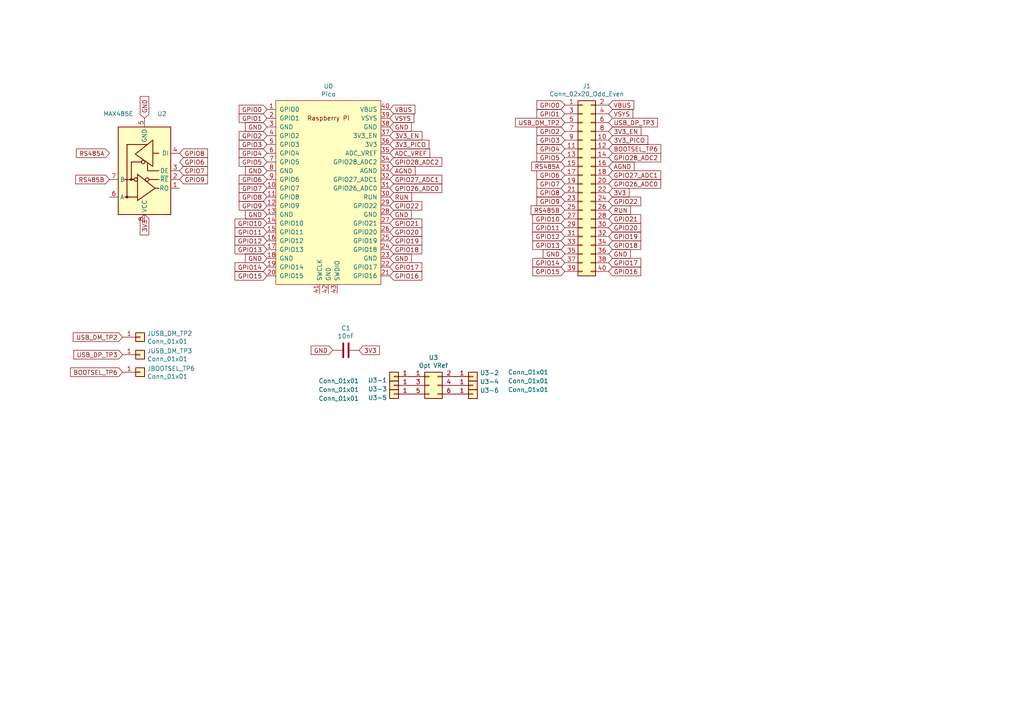
<source format=kicad_sch>
(kicad_sch (version 20250114) (generator "eeschema") (generator_version "9.0")
  (paper "A4")
  (lib_symbols
    (symbol "Connector_Generic:Conn_01x01" (pin_names (offset 1.016) (hide yes))
      (property "Reference" "J" (at 0 2.54 0))
      (property "Value" "Conn_01x01" (at 0 -2.54 0))
      (symbol "Conn_01x01_1_1"
        (rectangle (start -1.27 1.27) (end 1.27 -1.27) (stroke (width 0.254)) (fill (type background)))
        (rectangle (start -1.27 0.127) (end 0 -0.127) (stroke (width 0.1524)))
        (pin passive line (at -5.08 0 0) (length 3.81) (name "Pin_1") (number "1"))
      )
    )
    (symbol "Connector_Generic:Conn_02x03_Odd_Even" (pin_names (offset 1.016) (hide yes))
      (property "Reference" "J" (at 1.27 5.08 0))
      (property "Value" "Conn_02x03_Odd_Even" (at 1.27 -5.08 0))
      (symbol "Conn_02x03_Odd_Even_1_1"
        (rectangle (start -1.27 3.81) (end 3.81 -3.81) (stroke (width 0.254)) (fill (type background)))
        (rectangle (start -1.27 2.667) (end 0 2.413) (stroke (width 0.1524)))
        (rectangle (start -1.27 0.127) (end 0 -0.127) (stroke (width 0.1524)))
        (rectangle (start -1.27 -2.413) (end 0 -2.667) (stroke (width 0.1524)))
        (rectangle (start 3.81 2.667) (end 2.54 2.413) (stroke (width 0.1524)))
        (rectangle (start 3.81 0.127) (end 2.54 -0.127) (stroke (width 0.1524)))
        (rectangle (start 3.81 -2.413) (end 2.54 -2.667) (stroke (width 0.1524)))
        (pin passive line (at -5.08 2.54 0) (length 3.81) (name "Pin_1") (number "1"))
        (pin passive line (at -5.08 0 0) (length 3.81) (name "Pin_3") (number "3"))
        (pin passive line (at -5.08 -2.54 0) (length 3.81) (name "Pin_5") (number "5"))
        (pin passive line (at 7.62 2.54 180) (length 3.81) (name "Pin_2") (number "2"))
        (pin passive line (at 7.62 0 180) (length 3.81) (name "Pin_4") (number "4"))
        (pin passive line (at 7.62 -2.54 180) (length 3.81) (name "Pin_6") (number "6"))
      )
    )
    (symbol "Connector_Generic:Conn_02x20_Odd_Even" (pin_names (offset 1.016) (hide yes))
      (property "Reference" "J" (at 1.27 25.4 0))
      (property "Value" "Conn_02x20_Odd_Even" (at 1.27 -27.94 0))
      (symbol "Conn_02x20_Odd_Even_1_1"
        (rectangle (start -1.27 24.13) (end 3.81 -26.67) (stroke (width 0.254)) (fill (type background)))
        (rectangle (start -1.27 22.987) (end 0 22.733) (stroke (width 0.1524)))
        (rectangle (start -1.27 20.447) (end 0 20.193) (stroke (width 0.1524)))
        (rectangle (start -1.27 17.907) (end 0 17.653) (stroke (width 0.1524)))
        (rectangle (start -1.27 15.367) (end 0 15.113) (stroke (width 0.1524)))
        (rectangle (start -1.27 12.827) (end 0 12.573) (stroke (width 0.1524)))
        (rectangle (start -1.27 10.287) (end 0 10.033) (stroke (width 0.1524)))
        (rectangle (start -1.27 7.747) (end 0 7.493) (stroke (width 0.1524)))
        (rectangle (start -1.27 5.207) (end 0 4.953) (stroke (width 0.1524)))
        (rectangle (start -1.27 2.667) (end 0 2.413) (stroke (width 0.1524)))
        (rectangle (start -1.27 0.127) (end 0 -0.127) (stroke (width 0.1524)))
        (rectangle (start -1.27 -2.413) (end 0 -2.667) (stroke (width 0.1524)))
        (rectangle (start -1.27 -4.953) (end 0 -5.207) (stroke (width 0.1524)))
        (rectangle (start -1.27 -7.493) (end 0 -7.747) (stroke (width 0.1524)))
        (rectangle (start -1.27 -10.033) (end 0 -10.287) (stroke (width 0.1524)))
        (rectangle (start -1.27 -12.573) (end 0 -12.827) (stroke (width 0.1524)))
        (rectangle (start -1.27 -15.113) (end 0 -15.367) (stroke (width 0.1524)))
        (rectangle (start -1.27 -17.653) (end 0 -17.907) (stroke (width 0.1524)))
        (rectangle (start -1.27 -20.193) (end 0 -20.447) (stroke (width 0.1524)))
        (rectangle (start -1.27 -22.733) (end 0 -22.987) (stroke (width 0.1524)))
        (rectangle (start -1.27 -25.273) (end 0 -25.527) (stroke (width 0.1524)))
        (rectangle (start 3.81 22.987) (end 2.54 22.733) (stroke (width 0.1524)))
        (rectangle (start 3.81 20.447) (end 2.54 20.193) (stroke (width 0.1524)))
        (rectangle (start 3.81 17.907) (end 2.54 17.653) (stroke (width 0.1524)))
        (rectangle (start 3.81 15.367) (end 2.54 15.113) (stroke (width 0.1524)))
        (rectangle (start 3.81 12.827) (end 2.54 12.573) (stroke (width 0.1524)))
        (rectangle (start 3.81 10.287) (end 2.54 10.033) (stroke (width 0.1524)))
        (rectangle (start 3.81 7.747) (end 2.54 7.493) (stroke (width 0.1524)))
        (rectangle (start 3.81 5.207) (end 2.54 4.953) (stroke (width 0.1524)))
        (rectangle (start 3.81 2.667) (end 2.54 2.413) (stroke (width 0.1524)))
        (rectangle (start 3.81 0.127) (end 2.54 -0.127) (stroke (width 0.1524)))
        (rectangle (start 3.81 -2.413) (end 2.54 -2.667) (stroke (width 0.1524)))
        (rectangle (start 3.81 -4.953) (end 2.54 -5.207) (stroke (width 0.1524)))
        (rectangle (start 3.81 -7.493) (end 2.54 -7.747) (stroke (width 0.1524)))
        (rectangle (start 3.81 -10.033) (end 2.54 -10.287) (stroke (width 0.1524)))
        (rectangle (start 3.81 -12.573) (end 2.54 -12.827) (stroke (width 0.1524)))
        (rectangle (start 3.81 -15.113) (end 2.54 -15.367) (stroke (width 0.1524)))
        (rectangle (start 3.81 -17.653) (end 2.54 -17.907) (stroke (width 0.1524)))
        (rectangle (start 3.81 -20.193) (end 2.54 -20.447) (stroke (width 0.1524)))
        (rectangle (start 3.81 -22.733) (end 2.54 -22.987) (stroke (width 0.1524)))
        (rectangle (start 3.81 -25.273) (end 2.54 -25.527) (stroke (width 0.1524)))
        (pin passive line (at -5.08 22.86 0) (length 3.81) (name "Pin_1") (number "1"))
        (pin passive line (at -5.08 20.32 0) (length 3.81) (name "Pin_3") (number "3"))
        (pin passive line (at -5.08 17.78 0) (length 3.81) (name "Pin_5") (number "5"))
        (pin passive line (at -5.08 15.24 0) (length 3.81) (name "Pin_7") (number "7"))
        (pin passive line (at -5.08 12.7 0) (length 3.81) (name "Pin_9") (number "9"))
        (pin passive line (at -5.08 10.16 0) (length 3.81) (name "Pin_11") (number "11"))
        (pin passive line (at -5.08 7.62 0) (length 3.81) (name "Pin_13") (number "13"))
        (pin passive line (at -5.08 5.08 0) (length 3.81) (name "Pin_15") (number "15"))
        (pin passive line (at -5.08 2.54 0) (length 3.81) (name "Pin_17") (number "17"))
        (pin passive line (at -5.08 0 0) (length 3.81) (name "Pin_19") (number "19"))
        (pin passive line (at -5.08 -2.54 0) (length 3.81) (name "Pin_21") (number "21"))
        (pin passive line (at -5.08 -5.08 0) (length 3.81) (name "Pin_23") (number "23"))
        (pin passive line (at -5.08 -7.62 0) (length 3.81) (name "Pin_25") (number "25"))
        (pin passive line (at -5.08 -10.16 0) (length 3.81) (name "Pin_27") (number "27"))
        (pin passive line (at -5.08 -12.7 0) (length 3.81) (name "Pin_29") (number "29"))
        (pin passive line (at -5.08 -15.24 0) (length 3.81) (name "Pin_31") (number "31"))
        (pin passive line (at -5.08 -17.78 0) (length 3.81) (name "Pin_33") (number "33"))
        (pin passive line (at -5.08 -20.32 0) (length 3.81) (name "Pin_35") (number "35"))
        (pin passive line (at -5.08 -22.86 0) (length 3.81) (name "Pin_37") (number "37"))
        (pin passive line (at -5.08 -25.4 0) (length 3.81) (name "Pin_39") (number "39"))
        (pin passive line (at 7.62 22.86 180) (length 3.81) (name "Pin_2") (number "2"))
        (pin passive line (at 7.62 20.32 180) (length 3.81) (name "Pin_4") (number "4"))
        (pin passive line (at 7.62 17.78 180) (length 3.81) (name "Pin_6") (number "6"))
        (pin passive line (at 7.62 15.24 180) (length 3.81) (name "Pin_8") (number "8"))
        (pin passive line (at 7.62 12.7 180) (length 3.81) (name "Pin_10") (number "10"))
        (pin passive line (at 7.62 10.16 180) (length 3.81) (name "Pin_12") (number "12"))
        (pin passive line (at 7.62 7.62 180) (length 3.81) (name "Pin_14") (number "14"))
        (pin passive line (at 7.62 5.08 180) (length 3.81) (name "Pin_16") (number "16"))
        (pin passive line (at 7.62 2.54 180) (length 3.81) (name "Pin_18") (number "18"))
        (pin passive line (at 7.62 0 180) (length 3.81) (name "Pin_20") (number "20"))
        (pin passive line (at 7.62 -2.54 180) (length 3.81) (name "Pin_22") (number "22"))
        (pin passive line (at 7.62 -5.08 180) (length 3.81) (name "Pin_24") (number "24"))
        (pin passive line (at 7.62 -7.62 180) (length 3.81) (name "Pin_26") (number "26"))
        (pin passive line (at 7.62 -10.16 180) (length 3.81) (name "Pin_28") (number "28"))
        (pin passive line (at 7.62 -12.7 180) (length 3.81) (name "Pin_30") (number "30"))
        (pin passive line (at 7.62 -15.24 180) (length 3.81) (name "Pin_32") (number "32"))
        (pin passive line (at 7.62 -17.78 180) (length 3.81) (name "Pin_34") (number "34"))
        (pin passive line (at 7.62 -20.32 180) (length 3.81) (name "Pin_36") (number "36"))
        (pin passive line (at 7.62 -22.86 180) (length 3.81) (name "Pin_38") (number "38"))
        (pin passive line (at 7.62 -25.4 180) (length 3.81) (name "Pin_40") (number "40"))
      )
    )
    (symbol "Device:C" (pin_numbers (hide yes)) (pin_names (offset 0.254))
      (property "Reference" "C" (at 0.635 2.54 0))
      (property "Value" "C" (at 0.635 -2.54 0))
      (symbol "C_0_1"
        (polyline (pts (xy -2.032 0.762) (xy 2.032 0.762)) (stroke (width 0.508)))
        (polyline (pts (xy -2.032 -0.762) (xy 2.032 -0.762)) (stroke (width 0.508)))
      )
      (symbol "C_1_1"
        (pin passive line (at 0 3.81 270) (length 2.794) (name "~") (number "1"))
        (pin passive line (at 0 -3.81 90) (length 2.794) (name "~") (number "2"))
      )
    )
    (symbol "Interface_UART:MAX485E"
      (property "Reference" "U" (at -6.985 13.97 0))
      (property "Value" "MAX485E" (at 1.905 13.97 0))
      (symbol "MAX485E_0_1"
        (rectangle (start -7.62 12.7) (end 7.62 -12.7) (stroke (width 0.254)) (fill (type background)))
        (polyline (pts (xy -4.191 2.54) (xy -1.27 2.54)) (stroke (width 0.254)))
        (polyline (pts (xy -4.191 0) (xy -0.889 0) (xy -0.889 -2.286)) (stroke (width 0.254)))
        (polyline (pts (xy -3.175 5.08) (xy -4.191 5.08) (xy -4.064 5.08)) (stroke (width 0.254)))
        (polyline (pts (xy -2.54 -5.08) (xy -4.191 -5.08)) (stroke (width 0.254)))
        (polyline (pts (xy -2.413 -5.08) (xy -2.413 -1.27) (xy 2.667 -4.826) (xy -2.413 -8.89) (xy -2.413 -5.08)) (stroke (width 0.254)))
        (polyline (pts (xy -0.635 -7.62) (xy 5.08 -7.62)) (stroke (width 0.254)))
        (circle (center 0.381 -2.54) (radius 0.508) (stroke (width 0.254)))
        (polyline (pts (xy 0.889 -2.54) (xy 3.81 -2.54)) (stroke (width 0.254)))
        (polyline (pts (xy 2.032 7.62) (xy 5.715 7.62)) (stroke (width 0.254)))
        (polyline (pts (xy 3.048 2.54) (xy 5.715 2.54)) (stroke (width 0.254)))
        (circle (center 3.81 2.54) (radius 0.2794) (stroke (width 0.254)) (fill (type outline)))
        (polyline (pts (xy 3.81 -2.54) (xy 3.81 2.54)) (stroke (width 0.254)))
        (polyline (pts (xy 5.08 -7.62) (xy 5.08 7.62)) (stroke (width 0.254)))
      )
      (symbol "MAX485E_1_1"
        (circle (center -0.762 2.54) (radius 0.508) (stroke (width 0.254)))
        (polyline (pts (xy 2.032 4.826) (xy 2.032 8.636) (xy -3.048 5.08) (xy 2.032 1.016) (xy 2.032 4.826)) (stroke (width 0.254)))
        (circle (center 2.54 2.54) (radius 0.508) (stroke (width 0.254)))
        (circle (center 5.08 7.62) (radius 0.2794) (stroke (width 0.254)) (fill (type outline)))
        (pin output line (at -10.16 5.08 0) (length 2.54) (name "RO") (number "1"))
        (pin input line (at -10.16 2.54 0) (length 2.54) (name "~{RE}") (number "2"))
        (pin input line (at -10.16 0 0) (length 2.54) (name "DE") (number "3"))
        (pin input line (at -10.16 -5.08 0) (length 2.54) (name "DI") (number "4"))
        (pin power_in line (at 0 15.24 270) (length 2.54) (name "VCC") (number "8"))
        (pin power_in line (at 0 -15.24 90) (length 2.54) (name "GND") (number "5"))
        (pin bidirectional line (at 10.16 7.62 180) (length 2.54) (name "A") (number "6"))
        (pin bidirectional line (at 10.16 2.54 180) (length 2.54) (name "B") (number "7"))
      )
    )
    (symbol "MCU_RaspberryPi_and_Boards:Pico" (pin_names (offset 1.016))
      (property "Reference" "U" (at -13.97 27.94 0))
      (property "Value" "MCU_RaspberryPi_and_Boards_Pico" (at 0 19.05 0))
      (symbol "Pico_0_0"
        (text "Raspberry Pi" (at 0 21.59 0) (effects (font (size 1.27 1.27))))
      )
      (symbol "Pico_0_1"
        (rectangle (start -15.24 26.67) (end 15.24 -26.67) (fill (type background)))
      )
      (symbol "Pico_1_1"
        (pin bidirectional line (at -17.78 24.13 0) (length 2.54) (name "GPIO0") (number "1"))
        (pin bidirectional line (at -17.78 21.59 0) (length 2.54) (name "GPIO1") (number "2"))
        (pin power_in line (at -17.78 19.05 0) (length 2.54) (name "GND") (number "3"))
        (pin bidirectional line (at -17.78 16.51 0) (length 2.54) (name "GPIO2") (number "4"))
        (pin bidirectional line (at -17.78 13.97 0) (length 2.54) (name "GPIO3") (number "5"))
        (pin bidirectional line (at -17.78 11.43 0) (length 2.54) (name "GPIO4") (number "6"))
        (pin bidirectional line (at -17.78 8.89 0) (length 2.54) (name "GPIO5") (number "7"))
        (pin power_in line (at -17.78 6.35 0) (length 2.54) (name "GND") (number "8"))
        (pin bidirectional line (at -17.78 3.81 0) (length 2.54) (name "GPIO6") (number "9"))
        (pin bidirectional line (at -17.78 1.27 0) (length 2.54) (name "GPIO7") (number "10"))
        (pin bidirectional line (at -17.78 -1.27 0) (length 2.54) (name "GPIO8") (number "11"))
        (pin bidirectional line (at -17.78 -3.81 0) (length 2.54) (name "GPIO9") (number "12"))
        (pin power_in line (at -17.78 -6.35 0) (length 2.54) (name "GND") (number "13"))
        (pin bidirectional line (at -17.78 -8.89 0) (length 2.54) (name "GPIO10") (number "14"))
        (pin bidirectional line (at -17.78 -11.43 0) (length 2.54) (name "GPIO11") (number "15"))
        (pin bidirectional line (at -17.78 -13.97 0) (length 2.54) (name "GPIO12") (number "16"))
        (pin bidirectional line (at -17.78 -16.51 0) (length 2.54) (name "GPIO13") (number "17"))
        (pin power_in line (at -17.78 -19.05 0) (length 2.54) (name "GND") (number "18"))
        (pin bidirectional line (at -17.78 -21.59 0) (length 2.54) (name "GPIO14") (number "19"))
        (pin bidirectional line (at -17.78 -24.13 0) (length 2.54) (name "GPIO15") (number "20"))
        (pin input line (at -2.54 -29.21 90) (length 2.54) (name "SWCLK") (number "41"))
        (pin power_in line (at 0 -29.21 90) (length 2.54) (name "GND") (number "42"))
        (pin bidirectional line (at 2.54 -29.21 90) (length 2.54) (name "SWDIO") (number "43"))
        (pin unspecified line (at 17.78 24.13 180) (length 2.54) (name "VBUS") (number "40"))
        (pin unspecified line (at 17.78 21.59 180) (length 2.54) (name "VSYS") (number "39"))
        (pin bidirectional line (at 17.78 19.05 180) (length 2.54) (name "GND") (number "38"))
        (pin input line (at 17.78 16.51 180) (length 2.54) (name "3V3_EN") (number "37"))
        (pin unspecified line (at 17.78 13.97 180) (length 2.54) (name "3V3") (number "36"))
        (pin unspecified line (at 17.78 11.43 180) (length 2.54) (name "ADC_VREF") (number "35"))
        (pin bidirectional line (at 17.78 8.89 180) (length 2.54) (name "GPIO28_ADC2") (number "34"))
        (pin power_in line (at 17.78 6.35 180) (length 2.54) (name "AGND") (number "33"))
        (pin bidirectional line (at 17.78 3.81 180) (length 2.54) (name "GPIO27_ADC1") (number "32"))
        (pin bidirectional line (at 17.78 1.27 180) (length 2.54) (name "GPIO26_ADC0") (number "31"))
        (pin input line (at 17.78 -1.27 180) (length 2.54) (name "RUN") (number "30"))
        (pin bidirectional line (at 17.78 -3.81 180) (length 2.54) (name "GPIO22") (number "29"))
        (pin power_in line (at 17.78 -6.35 180) (length 2.54) (name "GND") (number "28"))
        (pin bidirectional line (at 17.78 -8.89 180) (length 2.54) (name "GPIO21") (number "27"))
        (pin bidirectional line (at 17.78 -11.43 180) (length 2.54) (name "GPIO20") (number "26"))
        (pin bidirectional line (at 17.78 -13.97 180) (length 2.54) (name "GPIO19") (number "25"))
        (pin bidirectional line (at 17.78 -16.51 180) (length 2.54) (name "GPIO18") (number "24"))
        (pin power_in line (at 17.78 -19.05 180) (length 2.54) (name "GND") (number "23"))
        (pin bidirectional line (at 17.78 -21.59 180) (length 2.54) (name "GPIO17") (number "22"))
        (pin bidirectional line (at 17.78 -24.13 180) (length 2.54) (name "GPIO16") (number "21"))
      )
    )
  )
  (global_label "GPIO9" (shape input) (at 77.47 59.69 180) (property "Intersheetrefs" "${INTERSHEET_REFS}" (effects (hide yes))))
  (global_label "GPIO20" (shape input) (at 113.03 67.31 0) (property "Intersheetrefs" "${INTERSHEET_REFS}" (effects (hide yes))))
  (global_label "GND" (shape input) (at 176.53 73.66 0) (property "Intersheetrefs" "${INTERSHEET_REFS}" (effects (hide yes))))
  (global_label "GPIO8" (shape input) (at 77.47 57.15 180) (property "Intersheetrefs" "${INTERSHEET_REFS}" (effects (hide yes))))
  (global_label "GPIO14" (shape input) (at 163.83 76.2 180) (property "Intersheetrefs" "${INTERSHEET_REFS}" (effects (hide yes))))
  (global_label "GPIO9" (shape input) (at 52.07 52.07 0) (property "Intersheetrefs" "${INTERSHEET_REFS}" (effects (hide yes))))
  (global_label "GPIO12" (shape input) (at 77.47 69.85 180) (property "Intersheetrefs" "${INTERSHEET_REFS}" (effects (hide yes))))
  (global_label "GPIO4" (shape input) (at 163.83 43.18 180) (property "Intersheetrefs" "${INTERSHEET_REFS}" (effects (hide yes))))
  (global_label "GPIO12" (shape input) (at 163.83 68.58 180) (property "Intersheetrefs" "${INTERSHEET_REFS}" (effects (hide yes))))
  (global_label "VBUS" (shape input) (at 113.03 31.75 0) (property "Intersheetrefs" "${INTERSHEET_REFS}" (effects (hide yes))))
  (global_label "GPIO3" (shape input) (at 77.47 41.91 180) (property "Intersheetrefs" "${INTERSHEET_REFS}" (effects (hide yes))))
  (global_label "GPIO17" (shape input) (at 176.53 76.2 0) (property "Intersheetrefs" "${INTERSHEET_REFS}" (effects (hide yes))))
  (global_label "GND" (shape input) (at 77.47 62.23 180) (property "Intersheetrefs" "${INTERSHEET_REFS}" (effects (hide yes))))
  (global_label "GND" (shape input) (at 77.47 74.93 180) (property "Intersheetrefs" "${INTERSHEET_REFS}" (effects (hide yes))))
  (global_label "GPIO6" (shape input) (at 163.83 50.8 180) (property "Intersheetrefs" "${INTERSHEET_REFS}" (effects (hide yes))))
  (global_label "USB_DM_TP2" (shape input) (at 35.56 97.79 180) (property "Intersheetrefs" "${INTERSHEET_REFS}" (effects (hide yes))))
  (global_label "GPIO28_ADC2" (shape input) (at 113.03 46.99 0) (property "Intersheetrefs" "${INTERSHEET_REFS}" (effects (hide yes))))
  (global_label "GPIO0" (shape input) (at 77.47 31.75 180) (property "Intersheetrefs" "${INTERSHEET_REFS}" (effects (hide yes))))
  (global_label "GPIO13" (shape input) (at 163.83 71.12 180) (property "Intersheetrefs" "${INTERSHEET_REFS}" (effects (hide yes))))
  (global_label "GPIO7" (shape input) (at 163.83 53.34 180) (property "Intersheetrefs" "${INTERSHEET_REFS}" (effects (hide yes))))
  (global_label "3V3_EN" (shape input) (at 113.03 39.37 0) (property "Intersheetrefs" "${INTERSHEET_REFS}" (effects (hide yes))))
  (global_label "GPIO16" (shape input) (at 176.53 78.74 0) (property "Intersheetrefs" "${INTERSHEET_REFS}" (effects (hide yes))))
  (global_label "GPIO11" (shape input) (at 163.83 66.04 180) (property "Intersheetrefs" "${INTERSHEET_REFS}" (effects (hide yes))))
  (global_label "GND" (shape input) (at 77.47 36.83 180) (property "Intersheetrefs" "${INTERSHEET_REFS}" (effects (hide yes))))
  (global_label "GND" (shape input) (at 96.52 101.6 180) (property "Intersheetrefs" "${INTERSHEET_REFS}" (effects (hide yes))))
  (global_label "GND" (shape input) (at 113.03 74.93 0) (property "Intersheetrefs" "${INTERSHEET_REFS}" (effects (hide yes))))
  (global_label "GPIO8" (shape input) (at 163.83 55.88 180) (property "Intersheetrefs" "${INTERSHEET_REFS}" (effects (hide yes))))
  (global_label "3V3" (shape input) (at 176.53 55.88 0) (property "Intersheetrefs" "${INTERSHEET_REFS}" (effects (hide yes))))
  (global_label "GPIO19" (shape input) (at 113.03 69.85 0) (property "Intersheetrefs" "${INTERSHEET_REFS}" (effects (hide yes))))
  (global_label "GPIO21" (shape input) (at 176.53 63.5 0) (property "Intersheetrefs" "${INTERSHEET_REFS}" (effects (hide yes))))
  (global_label "RS485B" (shape input) (at 163.83 60.96 180) (property "Intersheetrefs" "${INTERSHEET_REFS}" (effects (hide yes))))
  (global_label "GPIO1" (shape input) (at 163.83 33.02 180) (property "Intersheetrefs" "${INTERSHEET_REFS}" (effects (hide yes))))
  (global_label "GPIO16" (shape input) (at 113.03 80.01 0) (property "Intersheetrefs" "${INTERSHEET_REFS}" (effects (hide yes))))
  (global_label "GPIO26_ADC0" (shape input) (at 176.53 53.34 0) (property "Intersheetrefs" "${INTERSHEET_REFS}" (effects (hide yes))))
  (global_label "VSYS" (shape input) (at 176.53 33.02 0) (property "Intersheetrefs" "${INTERSHEET_REFS}" (effects (hide yes))))
  (global_label "GND" (shape input) (at 163.83 73.66 180) (property "Intersheetrefs" "${INTERSHEET_REFS}" (effects (hide yes))))
  (global_label "AGND" (shape input) (at 113.03 49.53 0) (property "Intersheetrefs" "${INTERSHEET_REFS}" (effects (hide yes))))
  (global_label "ADC_VREF" (shape input) (at 113.03 44.45 0) (property "Intersheetrefs" "${INTERSHEET_REFS}" (effects (hide yes))))
  (global_label "GPIO1" (shape input) (at 77.47 34.29 180) (property "Intersheetrefs" "${INTERSHEET_REFS}" (effects (hide yes))))
  (global_label "GPIO7" (shape input) (at 52.07 49.53 0) (property "Intersheetrefs" "${INTERSHEET_REFS}" (effects (hide yes))))
  (global_label "GPIO11" (shape input) (at 77.47 67.31 180) (property "Intersheetrefs" "${INTERSHEET_REFS}" (effects (hide yes))))
  (global_label "GPIO20" (shape input) (at 176.53 66.04 0) (property "Intersheetrefs" "${INTERSHEET_REFS}" (effects (hide yes))))
  (global_label "GPIO6" (shape input) (at 52.07 46.99 0) (property "Intersheetrefs" "${INTERSHEET_REFS}" (effects (hide yes))))
  (global_label "VSYS" (shape input) (at 113.03 34.29 0) (property "Intersheetrefs" "${INTERSHEET_REFS}" (effects (hide yes))))
  (global_label "VBUS" (shape input) (at 176.53 30.48 0) (property "Intersheetrefs" "${INTERSHEET_REFS}" (effects (hide yes))))
  (global_label "RUN" (shape input) (at 113.03 57.15 0) (property "Intersheetrefs" "${INTERSHEET_REFS}" (effects (hide yes))))
  (global_label "GPIO27_ADC1" (shape input) (at 176.53 50.8 0) (property "Intersheetrefs" "${INTERSHEET_REFS}" (effects (hide yes))))
  (global_label "GPIO22" (shape input) (at 176.53 58.42 0) (property "Intersheetrefs" "${INTERSHEET_REFS}" (effects (hide yes))))
  (global_label "3V3" (shape input) (at 41.91 62.23 270) (property "Intersheetrefs" "${INTERSHEET_REFS}" (effects (hide yes))))
  (global_label "USB_DP_TP3" (shape input) (at 35.56 102.87 180) (property "Intersheetrefs" "${INTERSHEET_REFS}" (effects (hide yes))))
  (global_label "GPIO14" (shape input) (at 77.47 77.47 180) (property "Intersheetrefs" "${INTERSHEET_REFS}" (effects (hide yes))))
  (global_label "GPIO26_ADC0" (shape input) (at 113.03 54.61 0) (property "Intersheetrefs" "${INTERSHEET_REFS}" (effects (hide yes))))
  (global_label "AGND" (shape input) (at 176.53 48.26 0) (property "Intersheetrefs" "${INTERSHEET_REFS}" (effects (hide yes))))
  (global_label "GPIO3" (shape input) (at 163.83 40.64 180) (property "Intersheetrefs" "${INTERSHEET_REFS}" (effects (hide yes))))
  (global_label "GPIO10" (shape input) (at 163.83 63.5 180) (property "Intersheetrefs" "${INTERSHEET_REFS}" (effects (hide yes))))
  (global_label "GND" (shape input) (at 113.03 36.83 0) (property "Intersheetrefs" "${INTERSHEET_REFS}" (effects (hide yes))))
  (global_label "3V3" (shape input) (at 104.14 101.6 0) (property "Intersheetrefs" "${INTERSHEET_REFS}" (effects (hide yes))))
  (global_label "USB_DP_TP3" (shape input) (at 176.53 35.56 0) (property "Intersheetrefs" "${INTERSHEET_REFS}" (effects (hide yes))))
  (global_label "GND" (shape input) (at 113.03 62.23 0) (property "Intersheetrefs" "${INTERSHEET_REFS}" (effects (hide yes))))
  (global_label "GPIO10" (shape input) (at 77.47 64.77 180) (property "Intersheetrefs" "${INTERSHEET_REFS}" (effects (hide yes))))
  (global_label "GPIO15" (shape input) (at 163.83 78.74 180) (property "Intersheetrefs" "${INTERSHEET_REFS}" (effects (hide yes))))
  (global_label "GND" (shape input) (at 41.91 34.29 90) (property "Intersheetrefs" "${INTERSHEET_REFS}" (effects (hide yes))))
  (global_label "GPIO2" (shape input) (at 163.83 38.1 180) (property "Intersheetrefs" "${INTERSHEET_REFS}" (effects (hide yes))))
  (global_label "GPIO6" (shape input) (at 77.47 52.07 180) (property "Intersheetrefs" "${INTERSHEET_REFS}" (effects (hide yes))))
  (global_label "RUN" (shape input) (at 176.53 60.96 0) (property "Intersheetrefs" "${INTERSHEET_REFS}" (effects (hide yes))))
  (global_label "GPIO28_ADC2" (shape input) (at 176.53 45.72 0) (property "Intersheetrefs" "${INTERSHEET_REFS}" (effects (hide yes))))
  (global_label "3V3_PICO" (shape input) (at 113.03 41.91 0) (property "Intersheetrefs" "${INTERSHEET_REFS}" (effects (hide yes))))
  (global_label "GPIO18" (shape input) (at 176.53 71.12 0) (property "Intersheetrefs" "${INTERSHEET_REFS}" (effects (hide yes))))
  (global_label "GPIO22" (shape input) (at 113.03 59.69 0) (property "Intersheetrefs" "${INTERSHEET_REFS}" (effects (hide yes))))
  (global_label "GPIO15" (shape input) (at 77.47 80.01 180) (property "Intersheetrefs" "${INTERSHEET_REFS}" (effects (hide yes))))
  (global_label "RS485A" (shape input) (at 31.75 44.45 180) (property "Intersheetrefs" "${INTERSHEET_REFS}" (effects (hide yes))))
  (global_label "GPIO4" (shape input) (at 77.47 44.45 180) (property "Intersheetrefs" "${INTERSHEET_REFS}" (effects (hide yes))))
  (global_label "GPIO9" (shape input) (at 163.83 58.42 180) (property "Intersheetrefs" "${INTERSHEET_REFS}" (effects (hide yes))))
  (global_label "BOOTSEL_TP6" (shape input) (at 176.53 43.18 0) (property "Intersheetrefs" "${INTERSHEET_REFS}" (effects (hide yes))))
  (global_label "GPIO2" (shape input) (at 77.47 39.37 180) (property "Intersheetrefs" "${INTERSHEET_REFS}" (effects (hide yes))))
  (global_label "GPIO18" (shape input) (at 113.03 72.39 0) (property "Intersheetrefs" "${INTERSHEET_REFS}" (effects (hide yes))))
  (global_label "GPIO19" (shape input) (at 176.53 68.58 0) (property "Intersheetrefs" "${INTERSHEET_REFS}" (effects (hide yes))))
  (global_label "BOOTSEL_TP6" (shape input) (at 35.56 107.95 180) (property "Intersheetrefs" "${INTERSHEET_REFS}" (effects (hide yes))))
  (global_label "GPIO17" (shape input) (at 113.03 77.47 0) (property "Intersheetrefs" "${INTERSHEET_REFS}" (effects (hide yes))))
  (global_label "GPIO5" (shape input) (at 163.83 45.72 180) (property "Intersheetrefs" "${INTERSHEET_REFS}" (effects (hide yes))))
  (global_label "GND" (shape input) (at 77.47 49.53 180) (property "Intersheetrefs" "${INTERSHEET_REFS}" (effects (hide yes))))
  (global_label "GPIO7" (shape input) (at 77.47 54.61 180) (property "Intersheetrefs" "${INTERSHEET_REFS}" (effects (hide yes))))
  (global_label "3V3_EN" (shape input) (at 176.53 38.1 0) (property "Intersheetrefs" "${INTERSHEET_REFS}" (effects (hide yes))))
  (global_label "GPIO8" (shape input) (at 52.07 44.45 0) (property "Intersheetrefs" "${INTERSHEET_REFS}" (effects (hide yes))))
  (global_label "RS485B" (shape input) (at 31.75 52.07 180) (property "Intersheetrefs" "${INTERSHEET_REFS}" (effects (hide yes))))
  (global_label "GPIO5" (shape input) (at 77.47 46.99 180) (property "Intersheetrefs" "${INTERSHEET_REFS}" (effects (hide yes))))
  (global_label "RS485A" (shape input) (at 163.83 48.26 180) (property "Intersheetrefs" "${INTERSHEET_REFS}" (effects (hide yes))))
  (global_label "GPIO27_ADC1" (shape input) (at 113.03 52.07 0) (property "Intersheetrefs" "${INTERSHEET_REFS}" (effects (hide yes))))
  (global_label "GPIO21" (shape input) (at 113.03 64.77 0) (property "Intersheetrefs" "${INTERSHEET_REFS}" (effects (hide yes))))
  (global_label "3V3_PICO" (shape input) (at 176.53 40.64 0) (property "Intersheetrefs" "${INTERSHEET_REFS}" (effects (hide yes))))
  (global_label "USB_DM_TP2" (shape input) (at 163.83 35.56 180) (property "Intersheetrefs" "${INTERSHEET_REFS}" (effects (hide yes))))
  (global_label "GPIO13" (shape input) (at 77.47 72.39 180) (property "Intersheetrefs" "${INTERSHEET_REFS}" (effects (hide yes))))
  (global_label "GPIO0" (shape input) (at 163.83 30.48 180) (property "Intersheetrefs" "${INTERSHEET_REFS}" (effects (hide yes))))
  (symbol (lib_id "MCU_RaspberryPi_and_Boards:Pico") (at 95.25 55.88 0) (unit 1)
    (property "Reference" "U0" (at 95.25 25.019 0))
    (property "Value" "Pico" (at 95.25 27.3304 0))
    (property "Footprint" "RP2040_minimal:RPi_Pico_SMD_TH" (effects (hide yes)))
    (property "Datasheet" "RP2040_minimal:RPi_Pico_SMD_TH" (effects (hide yes)))
  )
  (symbol (lib_id "Interface_UART:MAX485E") (at 41.91 49.53 180) (unit 1)
    (property "Reference" "U2" (at 46.99 33.02 0))
    (property "Value" "MAX485E" (at 34.29 33.02 0))
    (property "Footprint" "Package_SO:SOIC-8_3.9x4.9mm_P1.27mm" (effects (hide yes)))
    (property "Datasheet" "https://datasheets.maximintegrated.com/en/ds/MAX1487E-MAX491E.pdf" (effects (hide yes)))
  )
  (symbol (lib_id "Connector_Generic:Conn_02x20_Odd_Even") (at 168.91 53.34 0) (unit 1)
    (property "Reference" "J1" (at 170.18 24.9682 0))
    (property "Value" "Conn_02x20_Odd_Even" (at 170.18 27.2796 0))
    (property "Footprint" "Connector_PinHeader_2.54mm:PinHeader_2x20_P2.54mm_Vertical" (effects (hide yes)))
  )
  (symbol (lib_id "Connector_Generic:Conn_02x03_Odd_Even") (at 124.46 111.76 0) (unit 1)
    (property "Reference" "U3" (at 125.73 103.7082 0))
    (property "Value" "Opt VRef" (at 125.73 106.0196 0))
    (property "Footprint" "Package_TO_SOT_SMD:SOT-23-6" (effects (hide yes)))
  )
  (symbol (lib_id "Connector_Generic:Conn_01x01") (at 137.16 109.22 0) (unit 1)
    (property "Reference" "U3-2" (at 139.192 108.1532 0) (effects (justify left)))
    (property "Value" "Conn_01x01" (at 147.32 107.95 0) (effects (justify left)))
    (property "Footprint" "TestPoint:TestPoint_Pad_1.5x1.5mm" (effects (hide yes)))
  )
  (symbol (lib_id "Connector_Generic:Conn_01x01") (at 137.16 111.76 0) (unit 1)
    (property "Reference" "U3-4" (at 139.192 110.6932 0) (effects (justify left)))
    (property "Value" "Conn_01x01" (at 147.32 110.49 0) (effects (justify left)))
    (property "Footprint" "TestPoint:TestPoint_Pad_1.5x1.5mm" (effects (hide yes)))
  )
  (symbol (lib_id "Connector_Generic:Conn_01x01") (at 137.16 114.3 0) (unit 1)
    (property "Reference" "U3-6" (at 139.192 113.2332 0) (effects (justify left)))
    (property "Value" "Conn_01x01" (at 147.32 113.03 0) (effects (justify left)))
    (property "Footprint" "TestPoint:TestPoint_Pad_1.5x1.5mm" (effects (hide yes)))
  )
  (symbol (lib_id "Connector_Generic:Conn_01x01") (at 114.3 109.22 180) (unit 1)
    (property "Reference" "U3-1" (at 112.268 110.2868 0) (effects (justify left)))
    (property "Value" "Conn_01x01" (at 104.14 110.49 0) (effects (justify left)))
    (property "Footprint" "TestPoint:TestPoint_Pad_1.5x1.5mm" (effects (hide yes)))
  )
  (symbol (lib_id "Connector_Generic:Conn_01x01") (at 114.3 111.76 180) (unit 1)
    (property "Reference" "U3-3" (at 112.268 112.8268 0) (effects (justify left)))
    (property "Value" "Conn_01x01" (at 104.14 113.03 0) (effects (justify left)))
    (property "Footprint" "TestPoint:TestPoint_Pad_1.5x1.5mm" (effects (hide yes)))
  )
  (symbol (lib_id "Connector_Generic:Conn_01x01") (at 114.3 114.3 180) (unit 1)
    (property "Reference" "U3-5" (at 112.268 115.3668 0) (effects (justify left)))
    (property "Value" "Conn_01x01" (at 104.14 115.57 0) (effects (justify left)))
    (property "Footprint" "TestPoint:TestPoint_Pad_1.5x1.5mm" (effects (hide yes)))
  )
  (symbol (lib_id "Connector_Generic:Conn_01x01") (at 40.64 97.79 0) (unit 1)
    (property "Reference" "JUSB_DM_TP2" (at 42.672 96.7232 0) (effects (justify left)))
    (property "Value" "Conn_01x01" (at 42.672 99.0346 0) (effects (justify left)))
    (property "Footprint" "pananico:panani" (effects (hide yes)))
  )
  (symbol (lib_id "Connector_Generic:Conn_01x01") (at 40.64 102.87 0) (unit 1)
    (property "Reference" "JUSB_DM_TP3" (at 42.672 101.8032 0) (effects (justify left)))
    (property "Value" "Conn_01x01" (at 42.672 104.1146 0) (effects (justify left)))
    (property "Footprint" "pananico:panani" (effects (hide yes)))
  )
  (symbol (lib_id "Connector_Generic:Conn_01x01") (at 40.64 107.95 0) (unit 1)
    (property "Reference" "JBOOTSEL_TP6" (at 42.672 106.8832 0) (effects (justify left)))
    (property "Value" "Conn_01x01" (at 42.672 109.1946 0) (effects (justify left)))
    (property "Footprint" "pananico:panani" (effects (hide yes)))
  )
  (symbol (lib_id "Device:C") (at 100.33 101.6 270) (unit 1)
    (property "Reference" "C1" (at 100.33 95.1992 90))
    (property "Value" "10nF" (at 100.33 97.5106 90))
    (property "Footprint" "Capacitor_SMD:C_1206_3216Metric" (effects (hide yes)))
  )
)
</source>
